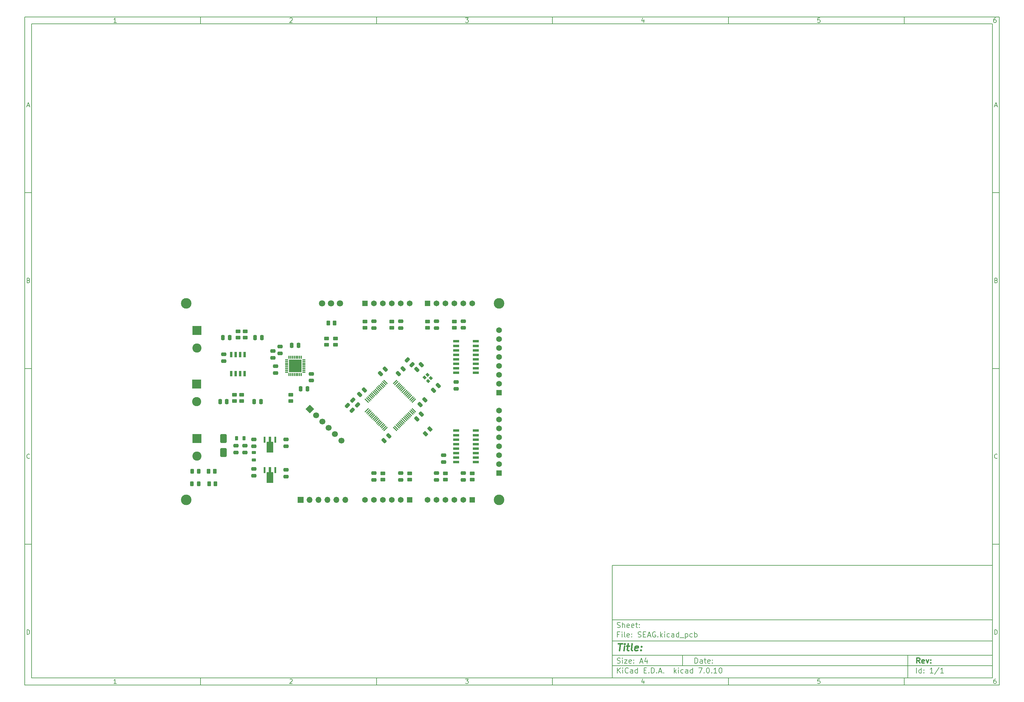
<source format=gbr>
%TF.GenerationSoftware,KiCad,Pcbnew,7.0.10*%
%TF.CreationDate,2024-04-20T16:07:25+02:00*%
%TF.ProjectId,SEAG,53454147-2e6b-4696-9361-645f70636258,rev?*%
%TF.SameCoordinates,Original*%
%TF.FileFunction,Soldermask,Top*%
%TF.FilePolarity,Negative*%
%FSLAX46Y46*%
G04 Gerber Fmt 4.6, Leading zero omitted, Abs format (unit mm)*
G04 Created by KiCad (PCBNEW 7.0.10) date 2024-04-20 16:07:25*
%MOMM*%
%LPD*%
G01*
G04 APERTURE LIST*
G04 Aperture macros list*
%AMRoundRect*
0 Rectangle with rounded corners*
0 $1 Rounding radius*
0 $2 $3 $4 $5 $6 $7 $8 $9 X,Y pos of 4 corners*
0 Add a 4 corners polygon primitive as box body*
4,1,4,$2,$3,$4,$5,$6,$7,$8,$9,$2,$3,0*
0 Add four circle primitives for the rounded corners*
1,1,$1+$1,$2,$3*
1,1,$1+$1,$4,$5*
1,1,$1+$1,$6,$7*
1,1,$1+$1,$8,$9*
0 Add four rect primitives between the rounded corners*
20,1,$1+$1,$2,$3,$4,$5,0*
20,1,$1+$1,$4,$5,$6,$7,0*
20,1,$1+$1,$6,$7,$8,$9,0*
20,1,$1+$1,$8,$9,$2,$3,0*%
%AMHorizOval*
0 Thick line with rounded ends*
0 $1 width*
0 $2 $3 position (X,Y) of the first rounded end (center of the circle)*
0 $4 $5 position (X,Y) of the second rounded end (center of the circle)*
0 Add line between two ends*
20,1,$1,$2,$3,$4,$5,0*
0 Add two circle primitives to create the rounded ends*
1,1,$1,$2,$3*
1,1,$1,$4,$5*%
%AMRotRect*
0 Rectangle, with rotation*
0 The origin of the aperture is its center*
0 $1 length*
0 $2 width*
0 $3 Rotation angle, in degrees counterclockwise*
0 Add horizontal line*
21,1,$1,$2,0,0,$3*%
G04 Aperture macros list end*
%ADD10C,0.100000*%
%ADD11C,0.150000*%
%ADD12C,0.300000*%
%ADD13C,0.400000*%
%ADD14R,2.600000X2.600000*%
%ADD15C,2.600000*%
%ADD16RoundRect,0.250000X-0.450000X0.262500X-0.450000X-0.262500X0.450000X-0.262500X0.450000X0.262500X0*%
%ADD17R,0.580000X1.730000*%
%ADD18R,0.760000X1.500000*%
%ADD19R,1.933000X3.030000*%
%ADD20RoundRect,0.250000X-0.250000X-0.475000X0.250000X-0.475000X0.250000X0.475000X-0.250000X0.475000X0*%
%ADD21RoundRect,0.250000X0.475000X-0.250000X0.475000X0.250000X-0.475000X0.250000X-0.475000X-0.250000X0*%
%ADD22R,0.650000X1.528000*%
%ADD23R,1.650000X1.650000*%
%ADD24C,1.650000*%
%ADD25RoundRect,0.250000X0.250000X0.475000X-0.250000X0.475000X-0.250000X-0.475000X0.250000X-0.475000X0*%
%ADD26RoundRect,0.250000X-0.512652X-0.159099X-0.159099X-0.512652X0.512652X0.159099X0.159099X0.512652X0*%
%ADD27RoundRect,0.250000X0.262500X0.450000X-0.262500X0.450000X-0.262500X-0.450000X0.262500X-0.450000X0*%
%ADD28RoundRect,0.250000X0.159099X-0.512652X0.512652X-0.159099X-0.159099X0.512652X-0.512652X0.159099X0*%
%ADD29RoundRect,0.250000X-0.132583X0.503814X-0.503814X0.132583X0.132583X-0.503814X0.503814X-0.132583X0*%
%ADD30RoundRect,0.250000X-0.475000X0.250000X-0.475000X-0.250000X0.475000X-0.250000X0.475000X0.250000X0*%
%ADD31RoundRect,0.250000X0.450000X-0.262500X0.450000X0.262500X-0.450000X0.262500X-0.450000X-0.262500X0*%
%ADD32RoundRect,0.250000X-0.159099X0.512652X-0.512652X0.159099X0.159099X-0.512652X0.512652X-0.159099X0*%
%ADD33R,1.750000X0.800000*%
%ADD34R,1.750000X0.700000*%
%ADD35RotRect,0.800000X0.900000X45.000000*%
%ADD36C,1.800000*%
%ADD37RoundRect,0.250000X0.512652X0.159099X0.159099X0.512652X-0.512652X-0.159099X-0.159099X-0.512652X0*%
%ADD38C,3.000000*%
%ADD39RoundRect,0.243750X0.243750X0.456250X-0.243750X0.456250X-0.243750X-0.456250X0.243750X-0.456250X0*%
%ADD40RoundRect,0.250000X-0.650000X1.000000X-0.650000X-1.000000X0.650000X-1.000000X0.650000X1.000000X0*%
%ADD41R,1.700000X1.700000*%
%ADD42O,1.700000X1.700000*%
%ADD43RotRect,1.700000X1.700000X45.000000*%
%ADD44HorizOval,1.700000X0.000000X0.000000X0.000000X0.000000X0*%
%ADD45RoundRect,0.250000X-0.262500X-0.450000X0.262500X-0.450000X0.262500X0.450000X-0.262500X0.450000X0*%
%ADD46RoundRect,0.218750X-0.381250X0.218750X-0.381250X-0.218750X0.381250X-0.218750X0.381250X0.218750X0*%
%ADD47RoundRect,0.218750X-0.218750X-0.381250X0.218750X-0.381250X0.218750X0.381250X-0.218750X0.381250X0*%
%ADD48R,0.300000X0.850000*%
%ADD49R,0.850000X0.300000*%
%ADD50R,3.600000X3.600000*%
%ADD51RoundRect,0.075000X0.441942X0.548008X-0.548008X-0.441942X-0.441942X-0.548008X0.548008X0.441942X0*%
%ADD52RoundRect,0.075000X-0.441942X0.548008X-0.548008X0.441942X0.441942X-0.548008X0.548008X-0.441942X0*%
G04 APERTURE END LIST*
D10*
D11*
X177002200Y-166007200D02*
X285002200Y-166007200D01*
X285002200Y-198007200D01*
X177002200Y-198007200D01*
X177002200Y-166007200D01*
D10*
D11*
X10000000Y-10000000D02*
X287002200Y-10000000D01*
X287002200Y-200007200D01*
X10000000Y-200007200D01*
X10000000Y-10000000D01*
D10*
D11*
X12000000Y-12000000D02*
X285002200Y-12000000D01*
X285002200Y-198007200D01*
X12000000Y-198007200D01*
X12000000Y-12000000D01*
D10*
D11*
X60000000Y-12000000D02*
X60000000Y-10000000D01*
D10*
D11*
X110000000Y-12000000D02*
X110000000Y-10000000D01*
D10*
D11*
X160000000Y-12000000D02*
X160000000Y-10000000D01*
D10*
D11*
X210000000Y-12000000D02*
X210000000Y-10000000D01*
D10*
D11*
X260000000Y-12000000D02*
X260000000Y-10000000D01*
D10*
D11*
X36089160Y-11593604D02*
X35346303Y-11593604D01*
X35717731Y-11593604D02*
X35717731Y-10293604D01*
X35717731Y-10293604D02*
X35593922Y-10479319D01*
X35593922Y-10479319D02*
X35470112Y-10603128D01*
X35470112Y-10603128D02*
X35346303Y-10665033D01*
D10*
D11*
X85346303Y-10417414D02*
X85408207Y-10355509D01*
X85408207Y-10355509D02*
X85532017Y-10293604D01*
X85532017Y-10293604D02*
X85841541Y-10293604D01*
X85841541Y-10293604D02*
X85965350Y-10355509D01*
X85965350Y-10355509D02*
X86027255Y-10417414D01*
X86027255Y-10417414D02*
X86089160Y-10541223D01*
X86089160Y-10541223D02*
X86089160Y-10665033D01*
X86089160Y-10665033D02*
X86027255Y-10850747D01*
X86027255Y-10850747D02*
X85284398Y-11593604D01*
X85284398Y-11593604D02*
X86089160Y-11593604D01*
D10*
D11*
X135284398Y-10293604D02*
X136089160Y-10293604D01*
X136089160Y-10293604D02*
X135655826Y-10788842D01*
X135655826Y-10788842D02*
X135841541Y-10788842D01*
X135841541Y-10788842D02*
X135965350Y-10850747D01*
X135965350Y-10850747D02*
X136027255Y-10912652D01*
X136027255Y-10912652D02*
X136089160Y-11036461D01*
X136089160Y-11036461D02*
X136089160Y-11345985D01*
X136089160Y-11345985D02*
X136027255Y-11469795D01*
X136027255Y-11469795D02*
X135965350Y-11531700D01*
X135965350Y-11531700D02*
X135841541Y-11593604D01*
X135841541Y-11593604D02*
X135470112Y-11593604D01*
X135470112Y-11593604D02*
X135346303Y-11531700D01*
X135346303Y-11531700D02*
X135284398Y-11469795D01*
D10*
D11*
X185965350Y-10726938D02*
X185965350Y-11593604D01*
X185655826Y-10231700D02*
X185346303Y-11160271D01*
X185346303Y-11160271D02*
X186151064Y-11160271D01*
D10*
D11*
X236027255Y-10293604D02*
X235408207Y-10293604D01*
X235408207Y-10293604D02*
X235346303Y-10912652D01*
X235346303Y-10912652D02*
X235408207Y-10850747D01*
X235408207Y-10850747D02*
X235532017Y-10788842D01*
X235532017Y-10788842D02*
X235841541Y-10788842D01*
X235841541Y-10788842D02*
X235965350Y-10850747D01*
X235965350Y-10850747D02*
X236027255Y-10912652D01*
X236027255Y-10912652D02*
X236089160Y-11036461D01*
X236089160Y-11036461D02*
X236089160Y-11345985D01*
X236089160Y-11345985D02*
X236027255Y-11469795D01*
X236027255Y-11469795D02*
X235965350Y-11531700D01*
X235965350Y-11531700D02*
X235841541Y-11593604D01*
X235841541Y-11593604D02*
X235532017Y-11593604D01*
X235532017Y-11593604D02*
X235408207Y-11531700D01*
X235408207Y-11531700D02*
X235346303Y-11469795D01*
D10*
D11*
X285965350Y-10293604D02*
X285717731Y-10293604D01*
X285717731Y-10293604D02*
X285593922Y-10355509D01*
X285593922Y-10355509D02*
X285532017Y-10417414D01*
X285532017Y-10417414D02*
X285408207Y-10603128D01*
X285408207Y-10603128D02*
X285346303Y-10850747D01*
X285346303Y-10850747D02*
X285346303Y-11345985D01*
X285346303Y-11345985D02*
X285408207Y-11469795D01*
X285408207Y-11469795D02*
X285470112Y-11531700D01*
X285470112Y-11531700D02*
X285593922Y-11593604D01*
X285593922Y-11593604D02*
X285841541Y-11593604D01*
X285841541Y-11593604D02*
X285965350Y-11531700D01*
X285965350Y-11531700D02*
X286027255Y-11469795D01*
X286027255Y-11469795D02*
X286089160Y-11345985D01*
X286089160Y-11345985D02*
X286089160Y-11036461D01*
X286089160Y-11036461D02*
X286027255Y-10912652D01*
X286027255Y-10912652D02*
X285965350Y-10850747D01*
X285965350Y-10850747D02*
X285841541Y-10788842D01*
X285841541Y-10788842D02*
X285593922Y-10788842D01*
X285593922Y-10788842D02*
X285470112Y-10850747D01*
X285470112Y-10850747D02*
X285408207Y-10912652D01*
X285408207Y-10912652D02*
X285346303Y-11036461D01*
D10*
D11*
X60000000Y-198007200D02*
X60000000Y-200007200D01*
D10*
D11*
X110000000Y-198007200D02*
X110000000Y-200007200D01*
D10*
D11*
X160000000Y-198007200D02*
X160000000Y-200007200D01*
D10*
D11*
X210000000Y-198007200D02*
X210000000Y-200007200D01*
D10*
D11*
X260000000Y-198007200D02*
X260000000Y-200007200D01*
D10*
D11*
X36089160Y-199600804D02*
X35346303Y-199600804D01*
X35717731Y-199600804D02*
X35717731Y-198300804D01*
X35717731Y-198300804D02*
X35593922Y-198486519D01*
X35593922Y-198486519D02*
X35470112Y-198610328D01*
X35470112Y-198610328D02*
X35346303Y-198672233D01*
D10*
D11*
X85346303Y-198424614D02*
X85408207Y-198362709D01*
X85408207Y-198362709D02*
X85532017Y-198300804D01*
X85532017Y-198300804D02*
X85841541Y-198300804D01*
X85841541Y-198300804D02*
X85965350Y-198362709D01*
X85965350Y-198362709D02*
X86027255Y-198424614D01*
X86027255Y-198424614D02*
X86089160Y-198548423D01*
X86089160Y-198548423D02*
X86089160Y-198672233D01*
X86089160Y-198672233D02*
X86027255Y-198857947D01*
X86027255Y-198857947D02*
X85284398Y-199600804D01*
X85284398Y-199600804D02*
X86089160Y-199600804D01*
D10*
D11*
X135284398Y-198300804D02*
X136089160Y-198300804D01*
X136089160Y-198300804D02*
X135655826Y-198796042D01*
X135655826Y-198796042D02*
X135841541Y-198796042D01*
X135841541Y-198796042D02*
X135965350Y-198857947D01*
X135965350Y-198857947D02*
X136027255Y-198919852D01*
X136027255Y-198919852D02*
X136089160Y-199043661D01*
X136089160Y-199043661D02*
X136089160Y-199353185D01*
X136089160Y-199353185D02*
X136027255Y-199476995D01*
X136027255Y-199476995D02*
X135965350Y-199538900D01*
X135965350Y-199538900D02*
X135841541Y-199600804D01*
X135841541Y-199600804D02*
X135470112Y-199600804D01*
X135470112Y-199600804D02*
X135346303Y-199538900D01*
X135346303Y-199538900D02*
X135284398Y-199476995D01*
D10*
D11*
X185965350Y-198734138D02*
X185965350Y-199600804D01*
X185655826Y-198238900D02*
X185346303Y-199167471D01*
X185346303Y-199167471D02*
X186151064Y-199167471D01*
D10*
D11*
X236027255Y-198300804D02*
X235408207Y-198300804D01*
X235408207Y-198300804D02*
X235346303Y-198919852D01*
X235346303Y-198919852D02*
X235408207Y-198857947D01*
X235408207Y-198857947D02*
X235532017Y-198796042D01*
X235532017Y-198796042D02*
X235841541Y-198796042D01*
X235841541Y-198796042D02*
X235965350Y-198857947D01*
X235965350Y-198857947D02*
X236027255Y-198919852D01*
X236027255Y-198919852D02*
X236089160Y-199043661D01*
X236089160Y-199043661D02*
X236089160Y-199353185D01*
X236089160Y-199353185D02*
X236027255Y-199476995D01*
X236027255Y-199476995D02*
X235965350Y-199538900D01*
X235965350Y-199538900D02*
X235841541Y-199600804D01*
X235841541Y-199600804D02*
X235532017Y-199600804D01*
X235532017Y-199600804D02*
X235408207Y-199538900D01*
X235408207Y-199538900D02*
X235346303Y-199476995D01*
D10*
D11*
X285965350Y-198300804D02*
X285717731Y-198300804D01*
X285717731Y-198300804D02*
X285593922Y-198362709D01*
X285593922Y-198362709D02*
X285532017Y-198424614D01*
X285532017Y-198424614D02*
X285408207Y-198610328D01*
X285408207Y-198610328D02*
X285346303Y-198857947D01*
X285346303Y-198857947D02*
X285346303Y-199353185D01*
X285346303Y-199353185D02*
X285408207Y-199476995D01*
X285408207Y-199476995D02*
X285470112Y-199538900D01*
X285470112Y-199538900D02*
X285593922Y-199600804D01*
X285593922Y-199600804D02*
X285841541Y-199600804D01*
X285841541Y-199600804D02*
X285965350Y-199538900D01*
X285965350Y-199538900D02*
X286027255Y-199476995D01*
X286027255Y-199476995D02*
X286089160Y-199353185D01*
X286089160Y-199353185D02*
X286089160Y-199043661D01*
X286089160Y-199043661D02*
X286027255Y-198919852D01*
X286027255Y-198919852D02*
X285965350Y-198857947D01*
X285965350Y-198857947D02*
X285841541Y-198796042D01*
X285841541Y-198796042D02*
X285593922Y-198796042D01*
X285593922Y-198796042D02*
X285470112Y-198857947D01*
X285470112Y-198857947D02*
X285408207Y-198919852D01*
X285408207Y-198919852D02*
X285346303Y-199043661D01*
D10*
D11*
X10000000Y-60000000D02*
X12000000Y-60000000D01*
D10*
D11*
X10000000Y-110000000D02*
X12000000Y-110000000D01*
D10*
D11*
X10000000Y-160000000D02*
X12000000Y-160000000D01*
D10*
D11*
X10690476Y-35222176D02*
X11309523Y-35222176D01*
X10566666Y-35593604D02*
X10999999Y-34293604D01*
X10999999Y-34293604D02*
X11433333Y-35593604D01*
D10*
D11*
X11092857Y-84912652D02*
X11278571Y-84974557D01*
X11278571Y-84974557D02*
X11340476Y-85036461D01*
X11340476Y-85036461D02*
X11402380Y-85160271D01*
X11402380Y-85160271D02*
X11402380Y-85345985D01*
X11402380Y-85345985D02*
X11340476Y-85469795D01*
X11340476Y-85469795D02*
X11278571Y-85531700D01*
X11278571Y-85531700D02*
X11154761Y-85593604D01*
X11154761Y-85593604D02*
X10659523Y-85593604D01*
X10659523Y-85593604D02*
X10659523Y-84293604D01*
X10659523Y-84293604D02*
X11092857Y-84293604D01*
X11092857Y-84293604D02*
X11216666Y-84355509D01*
X11216666Y-84355509D02*
X11278571Y-84417414D01*
X11278571Y-84417414D02*
X11340476Y-84541223D01*
X11340476Y-84541223D02*
X11340476Y-84665033D01*
X11340476Y-84665033D02*
X11278571Y-84788842D01*
X11278571Y-84788842D02*
X11216666Y-84850747D01*
X11216666Y-84850747D02*
X11092857Y-84912652D01*
X11092857Y-84912652D02*
X10659523Y-84912652D01*
D10*
D11*
X11402380Y-135469795D02*
X11340476Y-135531700D01*
X11340476Y-135531700D02*
X11154761Y-135593604D01*
X11154761Y-135593604D02*
X11030952Y-135593604D01*
X11030952Y-135593604D02*
X10845238Y-135531700D01*
X10845238Y-135531700D02*
X10721428Y-135407890D01*
X10721428Y-135407890D02*
X10659523Y-135284080D01*
X10659523Y-135284080D02*
X10597619Y-135036461D01*
X10597619Y-135036461D02*
X10597619Y-134850747D01*
X10597619Y-134850747D02*
X10659523Y-134603128D01*
X10659523Y-134603128D02*
X10721428Y-134479319D01*
X10721428Y-134479319D02*
X10845238Y-134355509D01*
X10845238Y-134355509D02*
X11030952Y-134293604D01*
X11030952Y-134293604D02*
X11154761Y-134293604D01*
X11154761Y-134293604D02*
X11340476Y-134355509D01*
X11340476Y-134355509D02*
X11402380Y-134417414D01*
D10*
D11*
X10659523Y-185593604D02*
X10659523Y-184293604D01*
X10659523Y-184293604D02*
X10969047Y-184293604D01*
X10969047Y-184293604D02*
X11154761Y-184355509D01*
X11154761Y-184355509D02*
X11278571Y-184479319D01*
X11278571Y-184479319D02*
X11340476Y-184603128D01*
X11340476Y-184603128D02*
X11402380Y-184850747D01*
X11402380Y-184850747D02*
X11402380Y-185036461D01*
X11402380Y-185036461D02*
X11340476Y-185284080D01*
X11340476Y-185284080D02*
X11278571Y-185407890D01*
X11278571Y-185407890D02*
X11154761Y-185531700D01*
X11154761Y-185531700D02*
X10969047Y-185593604D01*
X10969047Y-185593604D02*
X10659523Y-185593604D01*
D10*
D11*
X287002200Y-60000000D02*
X285002200Y-60000000D01*
D10*
D11*
X287002200Y-110000000D02*
X285002200Y-110000000D01*
D10*
D11*
X287002200Y-160000000D02*
X285002200Y-160000000D01*
D10*
D11*
X285692676Y-35222176D02*
X286311723Y-35222176D01*
X285568866Y-35593604D02*
X286002199Y-34293604D01*
X286002199Y-34293604D02*
X286435533Y-35593604D01*
D10*
D11*
X286095057Y-84912652D02*
X286280771Y-84974557D01*
X286280771Y-84974557D02*
X286342676Y-85036461D01*
X286342676Y-85036461D02*
X286404580Y-85160271D01*
X286404580Y-85160271D02*
X286404580Y-85345985D01*
X286404580Y-85345985D02*
X286342676Y-85469795D01*
X286342676Y-85469795D02*
X286280771Y-85531700D01*
X286280771Y-85531700D02*
X286156961Y-85593604D01*
X286156961Y-85593604D02*
X285661723Y-85593604D01*
X285661723Y-85593604D02*
X285661723Y-84293604D01*
X285661723Y-84293604D02*
X286095057Y-84293604D01*
X286095057Y-84293604D02*
X286218866Y-84355509D01*
X286218866Y-84355509D02*
X286280771Y-84417414D01*
X286280771Y-84417414D02*
X286342676Y-84541223D01*
X286342676Y-84541223D02*
X286342676Y-84665033D01*
X286342676Y-84665033D02*
X286280771Y-84788842D01*
X286280771Y-84788842D02*
X286218866Y-84850747D01*
X286218866Y-84850747D02*
X286095057Y-84912652D01*
X286095057Y-84912652D02*
X285661723Y-84912652D01*
D10*
D11*
X286404580Y-135469795D02*
X286342676Y-135531700D01*
X286342676Y-135531700D02*
X286156961Y-135593604D01*
X286156961Y-135593604D02*
X286033152Y-135593604D01*
X286033152Y-135593604D02*
X285847438Y-135531700D01*
X285847438Y-135531700D02*
X285723628Y-135407890D01*
X285723628Y-135407890D02*
X285661723Y-135284080D01*
X285661723Y-135284080D02*
X285599819Y-135036461D01*
X285599819Y-135036461D02*
X285599819Y-134850747D01*
X285599819Y-134850747D02*
X285661723Y-134603128D01*
X285661723Y-134603128D02*
X285723628Y-134479319D01*
X285723628Y-134479319D02*
X285847438Y-134355509D01*
X285847438Y-134355509D02*
X286033152Y-134293604D01*
X286033152Y-134293604D02*
X286156961Y-134293604D01*
X286156961Y-134293604D02*
X286342676Y-134355509D01*
X286342676Y-134355509D02*
X286404580Y-134417414D01*
D10*
D11*
X285661723Y-185593604D02*
X285661723Y-184293604D01*
X285661723Y-184293604D02*
X285971247Y-184293604D01*
X285971247Y-184293604D02*
X286156961Y-184355509D01*
X286156961Y-184355509D02*
X286280771Y-184479319D01*
X286280771Y-184479319D02*
X286342676Y-184603128D01*
X286342676Y-184603128D02*
X286404580Y-184850747D01*
X286404580Y-184850747D02*
X286404580Y-185036461D01*
X286404580Y-185036461D02*
X286342676Y-185284080D01*
X286342676Y-185284080D02*
X286280771Y-185407890D01*
X286280771Y-185407890D02*
X286156961Y-185531700D01*
X286156961Y-185531700D02*
X285971247Y-185593604D01*
X285971247Y-185593604D02*
X285661723Y-185593604D01*
D10*
D11*
X200458026Y-193793328D02*
X200458026Y-192293328D01*
X200458026Y-192293328D02*
X200815169Y-192293328D01*
X200815169Y-192293328D02*
X201029455Y-192364757D01*
X201029455Y-192364757D02*
X201172312Y-192507614D01*
X201172312Y-192507614D02*
X201243741Y-192650471D01*
X201243741Y-192650471D02*
X201315169Y-192936185D01*
X201315169Y-192936185D02*
X201315169Y-193150471D01*
X201315169Y-193150471D02*
X201243741Y-193436185D01*
X201243741Y-193436185D02*
X201172312Y-193579042D01*
X201172312Y-193579042D02*
X201029455Y-193721900D01*
X201029455Y-193721900D02*
X200815169Y-193793328D01*
X200815169Y-193793328D02*
X200458026Y-193793328D01*
X202600884Y-193793328D02*
X202600884Y-193007614D01*
X202600884Y-193007614D02*
X202529455Y-192864757D01*
X202529455Y-192864757D02*
X202386598Y-192793328D01*
X202386598Y-192793328D02*
X202100884Y-192793328D01*
X202100884Y-192793328D02*
X201958026Y-192864757D01*
X202600884Y-193721900D02*
X202458026Y-193793328D01*
X202458026Y-193793328D02*
X202100884Y-193793328D01*
X202100884Y-193793328D02*
X201958026Y-193721900D01*
X201958026Y-193721900D02*
X201886598Y-193579042D01*
X201886598Y-193579042D02*
X201886598Y-193436185D01*
X201886598Y-193436185D02*
X201958026Y-193293328D01*
X201958026Y-193293328D02*
X202100884Y-193221900D01*
X202100884Y-193221900D02*
X202458026Y-193221900D01*
X202458026Y-193221900D02*
X202600884Y-193150471D01*
X203100884Y-192793328D02*
X203672312Y-192793328D01*
X203315169Y-192293328D02*
X203315169Y-193579042D01*
X203315169Y-193579042D02*
X203386598Y-193721900D01*
X203386598Y-193721900D02*
X203529455Y-193793328D01*
X203529455Y-193793328D02*
X203672312Y-193793328D01*
X204743741Y-193721900D02*
X204600884Y-193793328D01*
X204600884Y-193793328D02*
X204315170Y-193793328D01*
X204315170Y-193793328D02*
X204172312Y-193721900D01*
X204172312Y-193721900D02*
X204100884Y-193579042D01*
X204100884Y-193579042D02*
X204100884Y-193007614D01*
X204100884Y-193007614D02*
X204172312Y-192864757D01*
X204172312Y-192864757D02*
X204315170Y-192793328D01*
X204315170Y-192793328D02*
X204600884Y-192793328D01*
X204600884Y-192793328D02*
X204743741Y-192864757D01*
X204743741Y-192864757D02*
X204815170Y-193007614D01*
X204815170Y-193007614D02*
X204815170Y-193150471D01*
X204815170Y-193150471D02*
X204100884Y-193293328D01*
X205458026Y-193650471D02*
X205529455Y-193721900D01*
X205529455Y-193721900D02*
X205458026Y-193793328D01*
X205458026Y-193793328D02*
X205386598Y-193721900D01*
X205386598Y-193721900D02*
X205458026Y-193650471D01*
X205458026Y-193650471D02*
X205458026Y-193793328D01*
X205458026Y-192864757D02*
X205529455Y-192936185D01*
X205529455Y-192936185D02*
X205458026Y-193007614D01*
X205458026Y-193007614D02*
X205386598Y-192936185D01*
X205386598Y-192936185D02*
X205458026Y-192864757D01*
X205458026Y-192864757D02*
X205458026Y-193007614D01*
D10*
D11*
X177002200Y-194507200D02*
X285002200Y-194507200D01*
D10*
D11*
X178458026Y-196593328D02*
X178458026Y-195093328D01*
X179315169Y-196593328D02*
X178672312Y-195736185D01*
X179315169Y-195093328D02*
X178458026Y-195950471D01*
X179958026Y-196593328D02*
X179958026Y-195593328D01*
X179958026Y-195093328D02*
X179886598Y-195164757D01*
X179886598Y-195164757D02*
X179958026Y-195236185D01*
X179958026Y-195236185D02*
X180029455Y-195164757D01*
X180029455Y-195164757D02*
X179958026Y-195093328D01*
X179958026Y-195093328D02*
X179958026Y-195236185D01*
X181529455Y-196450471D02*
X181458027Y-196521900D01*
X181458027Y-196521900D02*
X181243741Y-196593328D01*
X181243741Y-196593328D02*
X181100884Y-196593328D01*
X181100884Y-196593328D02*
X180886598Y-196521900D01*
X180886598Y-196521900D02*
X180743741Y-196379042D01*
X180743741Y-196379042D02*
X180672312Y-196236185D01*
X180672312Y-196236185D02*
X180600884Y-195950471D01*
X180600884Y-195950471D02*
X180600884Y-195736185D01*
X180600884Y-195736185D02*
X180672312Y-195450471D01*
X180672312Y-195450471D02*
X180743741Y-195307614D01*
X180743741Y-195307614D02*
X180886598Y-195164757D01*
X180886598Y-195164757D02*
X181100884Y-195093328D01*
X181100884Y-195093328D02*
X181243741Y-195093328D01*
X181243741Y-195093328D02*
X181458027Y-195164757D01*
X181458027Y-195164757D02*
X181529455Y-195236185D01*
X182815170Y-196593328D02*
X182815170Y-195807614D01*
X182815170Y-195807614D02*
X182743741Y-195664757D01*
X182743741Y-195664757D02*
X182600884Y-195593328D01*
X182600884Y-195593328D02*
X182315170Y-195593328D01*
X182315170Y-195593328D02*
X182172312Y-195664757D01*
X182815170Y-196521900D02*
X182672312Y-196593328D01*
X182672312Y-196593328D02*
X182315170Y-196593328D01*
X182315170Y-196593328D02*
X182172312Y-196521900D01*
X182172312Y-196521900D02*
X182100884Y-196379042D01*
X182100884Y-196379042D02*
X182100884Y-196236185D01*
X182100884Y-196236185D02*
X182172312Y-196093328D01*
X182172312Y-196093328D02*
X182315170Y-196021900D01*
X182315170Y-196021900D02*
X182672312Y-196021900D01*
X182672312Y-196021900D02*
X182815170Y-195950471D01*
X184172313Y-196593328D02*
X184172313Y-195093328D01*
X184172313Y-196521900D02*
X184029455Y-196593328D01*
X184029455Y-196593328D02*
X183743741Y-196593328D01*
X183743741Y-196593328D02*
X183600884Y-196521900D01*
X183600884Y-196521900D02*
X183529455Y-196450471D01*
X183529455Y-196450471D02*
X183458027Y-196307614D01*
X183458027Y-196307614D02*
X183458027Y-195879042D01*
X183458027Y-195879042D02*
X183529455Y-195736185D01*
X183529455Y-195736185D02*
X183600884Y-195664757D01*
X183600884Y-195664757D02*
X183743741Y-195593328D01*
X183743741Y-195593328D02*
X184029455Y-195593328D01*
X184029455Y-195593328D02*
X184172313Y-195664757D01*
X186029455Y-195807614D02*
X186529455Y-195807614D01*
X186743741Y-196593328D02*
X186029455Y-196593328D01*
X186029455Y-196593328D02*
X186029455Y-195093328D01*
X186029455Y-195093328D02*
X186743741Y-195093328D01*
X187386598Y-196450471D02*
X187458027Y-196521900D01*
X187458027Y-196521900D02*
X187386598Y-196593328D01*
X187386598Y-196593328D02*
X187315170Y-196521900D01*
X187315170Y-196521900D02*
X187386598Y-196450471D01*
X187386598Y-196450471D02*
X187386598Y-196593328D01*
X188100884Y-196593328D02*
X188100884Y-195093328D01*
X188100884Y-195093328D02*
X188458027Y-195093328D01*
X188458027Y-195093328D02*
X188672313Y-195164757D01*
X188672313Y-195164757D02*
X188815170Y-195307614D01*
X188815170Y-195307614D02*
X188886599Y-195450471D01*
X188886599Y-195450471D02*
X188958027Y-195736185D01*
X188958027Y-195736185D02*
X188958027Y-195950471D01*
X188958027Y-195950471D02*
X188886599Y-196236185D01*
X188886599Y-196236185D02*
X188815170Y-196379042D01*
X188815170Y-196379042D02*
X188672313Y-196521900D01*
X188672313Y-196521900D02*
X188458027Y-196593328D01*
X188458027Y-196593328D02*
X188100884Y-196593328D01*
X189600884Y-196450471D02*
X189672313Y-196521900D01*
X189672313Y-196521900D02*
X189600884Y-196593328D01*
X189600884Y-196593328D02*
X189529456Y-196521900D01*
X189529456Y-196521900D02*
X189600884Y-196450471D01*
X189600884Y-196450471D02*
X189600884Y-196593328D01*
X190243742Y-196164757D02*
X190958028Y-196164757D01*
X190100885Y-196593328D02*
X190600885Y-195093328D01*
X190600885Y-195093328D02*
X191100885Y-196593328D01*
X191600884Y-196450471D02*
X191672313Y-196521900D01*
X191672313Y-196521900D02*
X191600884Y-196593328D01*
X191600884Y-196593328D02*
X191529456Y-196521900D01*
X191529456Y-196521900D02*
X191600884Y-196450471D01*
X191600884Y-196450471D02*
X191600884Y-196593328D01*
X194600884Y-196593328D02*
X194600884Y-195093328D01*
X194743742Y-196021900D02*
X195172313Y-196593328D01*
X195172313Y-195593328D02*
X194600884Y-196164757D01*
X195815170Y-196593328D02*
X195815170Y-195593328D01*
X195815170Y-195093328D02*
X195743742Y-195164757D01*
X195743742Y-195164757D02*
X195815170Y-195236185D01*
X195815170Y-195236185D02*
X195886599Y-195164757D01*
X195886599Y-195164757D02*
X195815170Y-195093328D01*
X195815170Y-195093328D02*
X195815170Y-195236185D01*
X197172314Y-196521900D02*
X197029456Y-196593328D01*
X197029456Y-196593328D02*
X196743742Y-196593328D01*
X196743742Y-196593328D02*
X196600885Y-196521900D01*
X196600885Y-196521900D02*
X196529456Y-196450471D01*
X196529456Y-196450471D02*
X196458028Y-196307614D01*
X196458028Y-196307614D02*
X196458028Y-195879042D01*
X196458028Y-195879042D02*
X196529456Y-195736185D01*
X196529456Y-195736185D02*
X196600885Y-195664757D01*
X196600885Y-195664757D02*
X196743742Y-195593328D01*
X196743742Y-195593328D02*
X197029456Y-195593328D01*
X197029456Y-195593328D02*
X197172314Y-195664757D01*
X198458028Y-196593328D02*
X198458028Y-195807614D01*
X198458028Y-195807614D02*
X198386599Y-195664757D01*
X198386599Y-195664757D02*
X198243742Y-195593328D01*
X198243742Y-195593328D02*
X197958028Y-195593328D01*
X197958028Y-195593328D02*
X197815170Y-195664757D01*
X198458028Y-196521900D02*
X198315170Y-196593328D01*
X198315170Y-196593328D02*
X197958028Y-196593328D01*
X197958028Y-196593328D02*
X197815170Y-196521900D01*
X197815170Y-196521900D02*
X197743742Y-196379042D01*
X197743742Y-196379042D02*
X197743742Y-196236185D01*
X197743742Y-196236185D02*
X197815170Y-196093328D01*
X197815170Y-196093328D02*
X197958028Y-196021900D01*
X197958028Y-196021900D02*
X198315170Y-196021900D01*
X198315170Y-196021900D02*
X198458028Y-195950471D01*
X199815171Y-196593328D02*
X199815171Y-195093328D01*
X199815171Y-196521900D02*
X199672313Y-196593328D01*
X199672313Y-196593328D02*
X199386599Y-196593328D01*
X199386599Y-196593328D02*
X199243742Y-196521900D01*
X199243742Y-196521900D02*
X199172313Y-196450471D01*
X199172313Y-196450471D02*
X199100885Y-196307614D01*
X199100885Y-196307614D02*
X199100885Y-195879042D01*
X199100885Y-195879042D02*
X199172313Y-195736185D01*
X199172313Y-195736185D02*
X199243742Y-195664757D01*
X199243742Y-195664757D02*
X199386599Y-195593328D01*
X199386599Y-195593328D02*
X199672313Y-195593328D01*
X199672313Y-195593328D02*
X199815171Y-195664757D01*
X201529456Y-195093328D02*
X202529456Y-195093328D01*
X202529456Y-195093328D02*
X201886599Y-196593328D01*
X203100884Y-196450471D02*
X203172313Y-196521900D01*
X203172313Y-196521900D02*
X203100884Y-196593328D01*
X203100884Y-196593328D02*
X203029456Y-196521900D01*
X203029456Y-196521900D02*
X203100884Y-196450471D01*
X203100884Y-196450471D02*
X203100884Y-196593328D01*
X204100885Y-195093328D02*
X204243742Y-195093328D01*
X204243742Y-195093328D02*
X204386599Y-195164757D01*
X204386599Y-195164757D02*
X204458028Y-195236185D01*
X204458028Y-195236185D02*
X204529456Y-195379042D01*
X204529456Y-195379042D02*
X204600885Y-195664757D01*
X204600885Y-195664757D02*
X204600885Y-196021900D01*
X204600885Y-196021900D02*
X204529456Y-196307614D01*
X204529456Y-196307614D02*
X204458028Y-196450471D01*
X204458028Y-196450471D02*
X204386599Y-196521900D01*
X204386599Y-196521900D02*
X204243742Y-196593328D01*
X204243742Y-196593328D02*
X204100885Y-196593328D01*
X204100885Y-196593328D02*
X203958028Y-196521900D01*
X203958028Y-196521900D02*
X203886599Y-196450471D01*
X203886599Y-196450471D02*
X203815170Y-196307614D01*
X203815170Y-196307614D02*
X203743742Y-196021900D01*
X203743742Y-196021900D02*
X203743742Y-195664757D01*
X203743742Y-195664757D02*
X203815170Y-195379042D01*
X203815170Y-195379042D02*
X203886599Y-195236185D01*
X203886599Y-195236185D02*
X203958028Y-195164757D01*
X203958028Y-195164757D02*
X204100885Y-195093328D01*
X205243741Y-196450471D02*
X205315170Y-196521900D01*
X205315170Y-196521900D02*
X205243741Y-196593328D01*
X205243741Y-196593328D02*
X205172313Y-196521900D01*
X205172313Y-196521900D02*
X205243741Y-196450471D01*
X205243741Y-196450471D02*
X205243741Y-196593328D01*
X206743742Y-196593328D02*
X205886599Y-196593328D01*
X206315170Y-196593328D02*
X206315170Y-195093328D01*
X206315170Y-195093328D02*
X206172313Y-195307614D01*
X206172313Y-195307614D02*
X206029456Y-195450471D01*
X206029456Y-195450471D02*
X205886599Y-195521900D01*
X207672313Y-195093328D02*
X207815170Y-195093328D01*
X207815170Y-195093328D02*
X207958027Y-195164757D01*
X207958027Y-195164757D02*
X208029456Y-195236185D01*
X208029456Y-195236185D02*
X208100884Y-195379042D01*
X208100884Y-195379042D02*
X208172313Y-195664757D01*
X208172313Y-195664757D02*
X208172313Y-196021900D01*
X208172313Y-196021900D02*
X208100884Y-196307614D01*
X208100884Y-196307614D02*
X208029456Y-196450471D01*
X208029456Y-196450471D02*
X207958027Y-196521900D01*
X207958027Y-196521900D02*
X207815170Y-196593328D01*
X207815170Y-196593328D02*
X207672313Y-196593328D01*
X207672313Y-196593328D02*
X207529456Y-196521900D01*
X207529456Y-196521900D02*
X207458027Y-196450471D01*
X207458027Y-196450471D02*
X207386598Y-196307614D01*
X207386598Y-196307614D02*
X207315170Y-196021900D01*
X207315170Y-196021900D02*
X207315170Y-195664757D01*
X207315170Y-195664757D02*
X207386598Y-195379042D01*
X207386598Y-195379042D02*
X207458027Y-195236185D01*
X207458027Y-195236185D02*
X207529456Y-195164757D01*
X207529456Y-195164757D02*
X207672313Y-195093328D01*
D10*
D11*
X177002200Y-191507200D02*
X285002200Y-191507200D01*
D10*
D12*
X264413853Y-193785528D02*
X263913853Y-193071242D01*
X263556710Y-193785528D02*
X263556710Y-192285528D01*
X263556710Y-192285528D02*
X264128139Y-192285528D01*
X264128139Y-192285528D02*
X264270996Y-192356957D01*
X264270996Y-192356957D02*
X264342425Y-192428385D01*
X264342425Y-192428385D02*
X264413853Y-192571242D01*
X264413853Y-192571242D02*
X264413853Y-192785528D01*
X264413853Y-192785528D02*
X264342425Y-192928385D01*
X264342425Y-192928385D02*
X264270996Y-192999814D01*
X264270996Y-192999814D02*
X264128139Y-193071242D01*
X264128139Y-193071242D02*
X263556710Y-193071242D01*
X265628139Y-193714100D02*
X265485282Y-193785528D01*
X265485282Y-193785528D02*
X265199568Y-193785528D01*
X265199568Y-193785528D02*
X265056710Y-193714100D01*
X265056710Y-193714100D02*
X264985282Y-193571242D01*
X264985282Y-193571242D02*
X264985282Y-192999814D01*
X264985282Y-192999814D02*
X265056710Y-192856957D01*
X265056710Y-192856957D02*
X265199568Y-192785528D01*
X265199568Y-192785528D02*
X265485282Y-192785528D01*
X265485282Y-192785528D02*
X265628139Y-192856957D01*
X265628139Y-192856957D02*
X265699568Y-192999814D01*
X265699568Y-192999814D02*
X265699568Y-193142671D01*
X265699568Y-193142671D02*
X264985282Y-193285528D01*
X266199567Y-192785528D02*
X266556710Y-193785528D01*
X266556710Y-193785528D02*
X266913853Y-192785528D01*
X267485281Y-193642671D02*
X267556710Y-193714100D01*
X267556710Y-193714100D02*
X267485281Y-193785528D01*
X267485281Y-193785528D02*
X267413853Y-193714100D01*
X267413853Y-193714100D02*
X267485281Y-193642671D01*
X267485281Y-193642671D02*
X267485281Y-193785528D01*
X267485281Y-192856957D02*
X267556710Y-192928385D01*
X267556710Y-192928385D02*
X267485281Y-192999814D01*
X267485281Y-192999814D02*
X267413853Y-192928385D01*
X267413853Y-192928385D02*
X267485281Y-192856957D01*
X267485281Y-192856957D02*
X267485281Y-192999814D01*
D10*
D11*
X178386598Y-193721900D02*
X178600884Y-193793328D01*
X178600884Y-193793328D02*
X178958026Y-193793328D01*
X178958026Y-193793328D02*
X179100884Y-193721900D01*
X179100884Y-193721900D02*
X179172312Y-193650471D01*
X179172312Y-193650471D02*
X179243741Y-193507614D01*
X179243741Y-193507614D02*
X179243741Y-193364757D01*
X179243741Y-193364757D02*
X179172312Y-193221900D01*
X179172312Y-193221900D02*
X179100884Y-193150471D01*
X179100884Y-193150471D02*
X178958026Y-193079042D01*
X178958026Y-193079042D02*
X178672312Y-193007614D01*
X178672312Y-193007614D02*
X178529455Y-192936185D01*
X178529455Y-192936185D02*
X178458026Y-192864757D01*
X178458026Y-192864757D02*
X178386598Y-192721900D01*
X178386598Y-192721900D02*
X178386598Y-192579042D01*
X178386598Y-192579042D02*
X178458026Y-192436185D01*
X178458026Y-192436185D02*
X178529455Y-192364757D01*
X178529455Y-192364757D02*
X178672312Y-192293328D01*
X178672312Y-192293328D02*
X179029455Y-192293328D01*
X179029455Y-192293328D02*
X179243741Y-192364757D01*
X179886597Y-193793328D02*
X179886597Y-192793328D01*
X179886597Y-192293328D02*
X179815169Y-192364757D01*
X179815169Y-192364757D02*
X179886597Y-192436185D01*
X179886597Y-192436185D02*
X179958026Y-192364757D01*
X179958026Y-192364757D02*
X179886597Y-192293328D01*
X179886597Y-192293328D02*
X179886597Y-192436185D01*
X180458026Y-192793328D02*
X181243741Y-192793328D01*
X181243741Y-192793328D02*
X180458026Y-193793328D01*
X180458026Y-193793328D02*
X181243741Y-193793328D01*
X182386598Y-193721900D02*
X182243741Y-193793328D01*
X182243741Y-193793328D02*
X181958027Y-193793328D01*
X181958027Y-193793328D02*
X181815169Y-193721900D01*
X181815169Y-193721900D02*
X181743741Y-193579042D01*
X181743741Y-193579042D02*
X181743741Y-193007614D01*
X181743741Y-193007614D02*
X181815169Y-192864757D01*
X181815169Y-192864757D02*
X181958027Y-192793328D01*
X181958027Y-192793328D02*
X182243741Y-192793328D01*
X182243741Y-192793328D02*
X182386598Y-192864757D01*
X182386598Y-192864757D02*
X182458027Y-193007614D01*
X182458027Y-193007614D02*
X182458027Y-193150471D01*
X182458027Y-193150471D02*
X181743741Y-193293328D01*
X183100883Y-193650471D02*
X183172312Y-193721900D01*
X183172312Y-193721900D02*
X183100883Y-193793328D01*
X183100883Y-193793328D02*
X183029455Y-193721900D01*
X183029455Y-193721900D02*
X183100883Y-193650471D01*
X183100883Y-193650471D02*
X183100883Y-193793328D01*
X183100883Y-192864757D02*
X183172312Y-192936185D01*
X183172312Y-192936185D02*
X183100883Y-193007614D01*
X183100883Y-193007614D02*
X183029455Y-192936185D01*
X183029455Y-192936185D02*
X183100883Y-192864757D01*
X183100883Y-192864757D02*
X183100883Y-193007614D01*
X184886598Y-193364757D02*
X185600884Y-193364757D01*
X184743741Y-193793328D02*
X185243741Y-192293328D01*
X185243741Y-192293328D02*
X185743741Y-193793328D01*
X186886598Y-192793328D02*
X186886598Y-193793328D01*
X186529455Y-192221900D02*
X186172312Y-193293328D01*
X186172312Y-193293328D02*
X187100883Y-193293328D01*
D10*
D11*
X263458026Y-196593328D02*
X263458026Y-195093328D01*
X264815170Y-196593328D02*
X264815170Y-195093328D01*
X264815170Y-196521900D02*
X264672312Y-196593328D01*
X264672312Y-196593328D02*
X264386598Y-196593328D01*
X264386598Y-196593328D02*
X264243741Y-196521900D01*
X264243741Y-196521900D02*
X264172312Y-196450471D01*
X264172312Y-196450471D02*
X264100884Y-196307614D01*
X264100884Y-196307614D02*
X264100884Y-195879042D01*
X264100884Y-195879042D02*
X264172312Y-195736185D01*
X264172312Y-195736185D02*
X264243741Y-195664757D01*
X264243741Y-195664757D02*
X264386598Y-195593328D01*
X264386598Y-195593328D02*
X264672312Y-195593328D01*
X264672312Y-195593328D02*
X264815170Y-195664757D01*
X265529455Y-196450471D02*
X265600884Y-196521900D01*
X265600884Y-196521900D02*
X265529455Y-196593328D01*
X265529455Y-196593328D02*
X265458027Y-196521900D01*
X265458027Y-196521900D02*
X265529455Y-196450471D01*
X265529455Y-196450471D02*
X265529455Y-196593328D01*
X265529455Y-195664757D02*
X265600884Y-195736185D01*
X265600884Y-195736185D02*
X265529455Y-195807614D01*
X265529455Y-195807614D02*
X265458027Y-195736185D01*
X265458027Y-195736185D02*
X265529455Y-195664757D01*
X265529455Y-195664757D02*
X265529455Y-195807614D01*
X268172313Y-196593328D02*
X267315170Y-196593328D01*
X267743741Y-196593328D02*
X267743741Y-195093328D01*
X267743741Y-195093328D02*
X267600884Y-195307614D01*
X267600884Y-195307614D02*
X267458027Y-195450471D01*
X267458027Y-195450471D02*
X267315170Y-195521900D01*
X269886598Y-195021900D02*
X268600884Y-196950471D01*
X271172313Y-196593328D02*
X270315170Y-196593328D01*
X270743741Y-196593328D02*
X270743741Y-195093328D01*
X270743741Y-195093328D02*
X270600884Y-195307614D01*
X270600884Y-195307614D02*
X270458027Y-195450471D01*
X270458027Y-195450471D02*
X270315170Y-195521900D01*
D10*
D11*
X177002200Y-187507200D02*
X285002200Y-187507200D01*
D10*
D13*
X178693928Y-188211638D02*
X179836785Y-188211638D01*
X179015357Y-190211638D02*
X179265357Y-188211638D01*
X180253452Y-190211638D02*
X180420119Y-188878304D01*
X180503452Y-188211638D02*
X180396309Y-188306876D01*
X180396309Y-188306876D02*
X180479643Y-188402114D01*
X180479643Y-188402114D02*
X180586786Y-188306876D01*
X180586786Y-188306876D02*
X180503452Y-188211638D01*
X180503452Y-188211638D02*
X180479643Y-188402114D01*
X181086786Y-188878304D02*
X181848690Y-188878304D01*
X181455833Y-188211638D02*
X181241548Y-189925923D01*
X181241548Y-189925923D02*
X181312976Y-190116400D01*
X181312976Y-190116400D02*
X181491548Y-190211638D01*
X181491548Y-190211638D02*
X181682024Y-190211638D01*
X182634405Y-190211638D02*
X182455833Y-190116400D01*
X182455833Y-190116400D02*
X182384405Y-189925923D01*
X182384405Y-189925923D02*
X182598690Y-188211638D01*
X184170119Y-190116400D02*
X183967738Y-190211638D01*
X183967738Y-190211638D02*
X183586785Y-190211638D01*
X183586785Y-190211638D02*
X183408214Y-190116400D01*
X183408214Y-190116400D02*
X183336785Y-189925923D01*
X183336785Y-189925923D02*
X183432024Y-189164019D01*
X183432024Y-189164019D02*
X183551071Y-188973542D01*
X183551071Y-188973542D02*
X183753452Y-188878304D01*
X183753452Y-188878304D02*
X184134404Y-188878304D01*
X184134404Y-188878304D02*
X184312976Y-188973542D01*
X184312976Y-188973542D02*
X184384404Y-189164019D01*
X184384404Y-189164019D02*
X184360595Y-189354495D01*
X184360595Y-189354495D02*
X183384404Y-189544971D01*
X185134405Y-190021161D02*
X185217738Y-190116400D01*
X185217738Y-190116400D02*
X185110595Y-190211638D01*
X185110595Y-190211638D02*
X185027262Y-190116400D01*
X185027262Y-190116400D02*
X185134405Y-190021161D01*
X185134405Y-190021161D02*
X185110595Y-190211638D01*
X185265357Y-188973542D02*
X185348690Y-189068780D01*
X185348690Y-189068780D02*
X185241548Y-189164019D01*
X185241548Y-189164019D02*
X185158214Y-189068780D01*
X185158214Y-189068780D02*
X185265357Y-188973542D01*
X185265357Y-188973542D02*
X185241548Y-189164019D01*
D10*
D11*
X178958026Y-185607614D02*
X178458026Y-185607614D01*
X178458026Y-186393328D02*
X178458026Y-184893328D01*
X178458026Y-184893328D02*
X179172312Y-184893328D01*
X179743740Y-186393328D02*
X179743740Y-185393328D01*
X179743740Y-184893328D02*
X179672312Y-184964757D01*
X179672312Y-184964757D02*
X179743740Y-185036185D01*
X179743740Y-185036185D02*
X179815169Y-184964757D01*
X179815169Y-184964757D02*
X179743740Y-184893328D01*
X179743740Y-184893328D02*
X179743740Y-185036185D01*
X180672312Y-186393328D02*
X180529455Y-186321900D01*
X180529455Y-186321900D02*
X180458026Y-186179042D01*
X180458026Y-186179042D02*
X180458026Y-184893328D01*
X181815169Y-186321900D02*
X181672312Y-186393328D01*
X181672312Y-186393328D02*
X181386598Y-186393328D01*
X181386598Y-186393328D02*
X181243740Y-186321900D01*
X181243740Y-186321900D02*
X181172312Y-186179042D01*
X181172312Y-186179042D02*
X181172312Y-185607614D01*
X181172312Y-185607614D02*
X181243740Y-185464757D01*
X181243740Y-185464757D02*
X181386598Y-185393328D01*
X181386598Y-185393328D02*
X181672312Y-185393328D01*
X181672312Y-185393328D02*
X181815169Y-185464757D01*
X181815169Y-185464757D02*
X181886598Y-185607614D01*
X181886598Y-185607614D02*
X181886598Y-185750471D01*
X181886598Y-185750471D02*
X181172312Y-185893328D01*
X182529454Y-186250471D02*
X182600883Y-186321900D01*
X182600883Y-186321900D02*
X182529454Y-186393328D01*
X182529454Y-186393328D02*
X182458026Y-186321900D01*
X182458026Y-186321900D02*
X182529454Y-186250471D01*
X182529454Y-186250471D02*
X182529454Y-186393328D01*
X182529454Y-185464757D02*
X182600883Y-185536185D01*
X182600883Y-185536185D02*
X182529454Y-185607614D01*
X182529454Y-185607614D02*
X182458026Y-185536185D01*
X182458026Y-185536185D02*
X182529454Y-185464757D01*
X182529454Y-185464757D02*
X182529454Y-185607614D01*
X184315169Y-186321900D02*
X184529455Y-186393328D01*
X184529455Y-186393328D02*
X184886597Y-186393328D01*
X184886597Y-186393328D02*
X185029455Y-186321900D01*
X185029455Y-186321900D02*
X185100883Y-186250471D01*
X185100883Y-186250471D02*
X185172312Y-186107614D01*
X185172312Y-186107614D02*
X185172312Y-185964757D01*
X185172312Y-185964757D02*
X185100883Y-185821900D01*
X185100883Y-185821900D02*
X185029455Y-185750471D01*
X185029455Y-185750471D02*
X184886597Y-185679042D01*
X184886597Y-185679042D02*
X184600883Y-185607614D01*
X184600883Y-185607614D02*
X184458026Y-185536185D01*
X184458026Y-185536185D02*
X184386597Y-185464757D01*
X184386597Y-185464757D02*
X184315169Y-185321900D01*
X184315169Y-185321900D02*
X184315169Y-185179042D01*
X184315169Y-185179042D02*
X184386597Y-185036185D01*
X184386597Y-185036185D02*
X184458026Y-184964757D01*
X184458026Y-184964757D02*
X184600883Y-184893328D01*
X184600883Y-184893328D02*
X184958026Y-184893328D01*
X184958026Y-184893328D02*
X185172312Y-184964757D01*
X185815168Y-185607614D02*
X186315168Y-185607614D01*
X186529454Y-186393328D02*
X185815168Y-186393328D01*
X185815168Y-186393328D02*
X185815168Y-184893328D01*
X185815168Y-184893328D02*
X186529454Y-184893328D01*
X187100883Y-185964757D02*
X187815169Y-185964757D01*
X186958026Y-186393328D02*
X187458026Y-184893328D01*
X187458026Y-184893328D02*
X187958026Y-186393328D01*
X189243740Y-184964757D02*
X189100883Y-184893328D01*
X189100883Y-184893328D02*
X188886597Y-184893328D01*
X188886597Y-184893328D02*
X188672311Y-184964757D01*
X188672311Y-184964757D02*
X188529454Y-185107614D01*
X188529454Y-185107614D02*
X188458025Y-185250471D01*
X188458025Y-185250471D02*
X188386597Y-185536185D01*
X188386597Y-185536185D02*
X188386597Y-185750471D01*
X188386597Y-185750471D02*
X188458025Y-186036185D01*
X188458025Y-186036185D02*
X188529454Y-186179042D01*
X188529454Y-186179042D02*
X188672311Y-186321900D01*
X188672311Y-186321900D02*
X188886597Y-186393328D01*
X188886597Y-186393328D02*
X189029454Y-186393328D01*
X189029454Y-186393328D02*
X189243740Y-186321900D01*
X189243740Y-186321900D02*
X189315168Y-186250471D01*
X189315168Y-186250471D02*
X189315168Y-185750471D01*
X189315168Y-185750471D02*
X189029454Y-185750471D01*
X189958025Y-186250471D02*
X190029454Y-186321900D01*
X190029454Y-186321900D02*
X189958025Y-186393328D01*
X189958025Y-186393328D02*
X189886597Y-186321900D01*
X189886597Y-186321900D02*
X189958025Y-186250471D01*
X189958025Y-186250471D02*
X189958025Y-186393328D01*
X190672311Y-186393328D02*
X190672311Y-184893328D01*
X190815169Y-185821900D02*
X191243740Y-186393328D01*
X191243740Y-185393328D02*
X190672311Y-185964757D01*
X191886597Y-186393328D02*
X191886597Y-185393328D01*
X191886597Y-184893328D02*
X191815169Y-184964757D01*
X191815169Y-184964757D02*
X191886597Y-185036185D01*
X191886597Y-185036185D02*
X191958026Y-184964757D01*
X191958026Y-184964757D02*
X191886597Y-184893328D01*
X191886597Y-184893328D02*
X191886597Y-185036185D01*
X193243741Y-186321900D02*
X193100883Y-186393328D01*
X193100883Y-186393328D02*
X192815169Y-186393328D01*
X192815169Y-186393328D02*
X192672312Y-186321900D01*
X192672312Y-186321900D02*
X192600883Y-186250471D01*
X192600883Y-186250471D02*
X192529455Y-186107614D01*
X192529455Y-186107614D02*
X192529455Y-185679042D01*
X192529455Y-185679042D02*
X192600883Y-185536185D01*
X192600883Y-185536185D02*
X192672312Y-185464757D01*
X192672312Y-185464757D02*
X192815169Y-185393328D01*
X192815169Y-185393328D02*
X193100883Y-185393328D01*
X193100883Y-185393328D02*
X193243741Y-185464757D01*
X194529455Y-186393328D02*
X194529455Y-185607614D01*
X194529455Y-185607614D02*
X194458026Y-185464757D01*
X194458026Y-185464757D02*
X194315169Y-185393328D01*
X194315169Y-185393328D02*
X194029455Y-185393328D01*
X194029455Y-185393328D02*
X193886597Y-185464757D01*
X194529455Y-186321900D02*
X194386597Y-186393328D01*
X194386597Y-186393328D02*
X194029455Y-186393328D01*
X194029455Y-186393328D02*
X193886597Y-186321900D01*
X193886597Y-186321900D02*
X193815169Y-186179042D01*
X193815169Y-186179042D02*
X193815169Y-186036185D01*
X193815169Y-186036185D02*
X193886597Y-185893328D01*
X193886597Y-185893328D02*
X194029455Y-185821900D01*
X194029455Y-185821900D02*
X194386597Y-185821900D01*
X194386597Y-185821900D02*
X194529455Y-185750471D01*
X195886598Y-186393328D02*
X195886598Y-184893328D01*
X195886598Y-186321900D02*
X195743740Y-186393328D01*
X195743740Y-186393328D02*
X195458026Y-186393328D01*
X195458026Y-186393328D02*
X195315169Y-186321900D01*
X195315169Y-186321900D02*
X195243740Y-186250471D01*
X195243740Y-186250471D02*
X195172312Y-186107614D01*
X195172312Y-186107614D02*
X195172312Y-185679042D01*
X195172312Y-185679042D02*
X195243740Y-185536185D01*
X195243740Y-185536185D02*
X195315169Y-185464757D01*
X195315169Y-185464757D02*
X195458026Y-185393328D01*
X195458026Y-185393328D02*
X195743740Y-185393328D01*
X195743740Y-185393328D02*
X195886598Y-185464757D01*
X196243741Y-186536185D02*
X197386598Y-186536185D01*
X197743740Y-185393328D02*
X197743740Y-186893328D01*
X197743740Y-185464757D02*
X197886598Y-185393328D01*
X197886598Y-185393328D02*
X198172312Y-185393328D01*
X198172312Y-185393328D02*
X198315169Y-185464757D01*
X198315169Y-185464757D02*
X198386598Y-185536185D01*
X198386598Y-185536185D02*
X198458026Y-185679042D01*
X198458026Y-185679042D02*
X198458026Y-186107614D01*
X198458026Y-186107614D02*
X198386598Y-186250471D01*
X198386598Y-186250471D02*
X198315169Y-186321900D01*
X198315169Y-186321900D02*
X198172312Y-186393328D01*
X198172312Y-186393328D02*
X197886598Y-186393328D01*
X197886598Y-186393328D02*
X197743740Y-186321900D01*
X199743741Y-186321900D02*
X199600883Y-186393328D01*
X199600883Y-186393328D02*
X199315169Y-186393328D01*
X199315169Y-186393328D02*
X199172312Y-186321900D01*
X199172312Y-186321900D02*
X199100883Y-186250471D01*
X199100883Y-186250471D02*
X199029455Y-186107614D01*
X199029455Y-186107614D02*
X199029455Y-185679042D01*
X199029455Y-185679042D02*
X199100883Y-185536185D01*
X199100883Y-185536185D02*
X199172312Y-185464757D01*
X199172312Y-185464757D02*
X199315169Y-185393328D01*
X199315169Y-185393328D02*
X199600883Y-185393328D01*
X199600883Y-185393328D02*
X199743741Y-185464757D01*
X200386597Y-186393328D02*
X200386597Y-184893328D01*
X200386597Y-185464757D02*
X200529455Y-185393328D01*
X200529455Y-185393328D02*
X200815169Y-185393328D01*
X200815169Y-185393328D02*
X200958026Y-185464757D01*
X200958026Y-185464757D02*
X201029455Y-185536185D01*
X201029455Y-185536185D02*
X201100883Y-185679042D01*
X201100883Y-185679042D02*
X201100883Y-186107614D01*
X201100883Y-186107614D02*
X201029455Y-186250471D01*
X201029455Y-186250471D02*
X200958026Y-186321900D01*
X200958026Y-186321900D02*
X200815169Y-186393328D01*
X200815169Y-186393328D02*
X200529455Y-186393328D01*
X200529455Y-186393328D02*
X200386597Y-186321900D01*
D10*
D11*
X177002200Y-181507200D02*
X285002200Y-181507200D01*
D10*
D11*
X178386598Y-183621900D02*
X178600884Y-183693328D01*
X178600884Y-183693328D02*
X178958026Y-183693328D01*
X178958026Y-183693328D02*
X179100884Y-183621900D01*
X179100884Y-183621900D02*
X179172312Y-183550471D01*
X179172312Y-183550471D02*
X179243741Y-183407614D01*
X179243741Y-183407614D02*
X179243741Y-183264757D01*
X179243741Y-183264757D02*
X179172312Y-183121900D01*
X179172312Y-183121900D02*
X179100884Y-183050471D01*
X179100884Y-183050471D02*
X178958026Y-182979042D01*
X178958026Y-182979042D02*
X178672312Y-182907614D01*
X178672312Y-182907614D02*
X178529455Y-182836185D01*
X178529455Y-182836185D02*
X178458026Y-182764757D01*
X178458026Y-182764757D02*
X178386598Y-182621900D01*
X178386598Y-182621900D02*
X178386598Y-182479042D01*
X178386598Y-182479042D02*
X178458026Y-182336185D01*
X178458026Y-182336185D02*
X178529455Y-182264757D01*
X178529455Y-182264757D02*
X178672312Y-182193328D01*
X178672312Y-182193328D02*
X179029455Y-182193328D01*
X179029455Y-182193328D02*
X179243741Y-182264757D01*
X179886597Y-183693328D02*
X179886597Y-182193328D01*
X180529455Y-183693328D02*
X180529455Y-182907614D01*
X180529455Y-182907614D02*
X180458026Y-182764757D01*
X180458026Y-182764757D02*
X180315169Y-182693328D01*
X180315169Y-182693328D02*
X180100883Y-182693328D01*
X180100883Y-182693328D02*
X179958026Y-182764757D01*
X179958026Y-182764757D02*
X179886597Y-182836185D01*
X181815169Y-183621900D02*
X181672312Y-183693328D01*
X181672312Y-183693328D02*
X181386598Y-183693328D01*
X181386598Y-183693328D02*
X181243740Y-183621900D01*
X181243740Y-183621900D02*
X181172312Y-183479042D01*
X181172312Y-183479042D02*
X181172312Y-182907614D01*
X181172312Y-182907614D02*
X181243740Y-182764757D01*
X181243740Y-182764757D02*
X181386598Y-182693328D01*
X181386598Y-182693328D02*
X181672312Y-182693328D01*
X181672312Y-182693328D02*
X181815169Y-182764757D01*
X181815169Y-182764757D02*
X181886598Y-182907614D01*
X181886598Y-182907614D02*
X181886598Y-183050471D01*
X181886598Y-183050471D02*
X181172312Y-183193328D01*
X183100883Y-183621900D02*
X182958026Y-183693328D01*
X182958026Y-183693328D02*
X182672312Y-183693328D01*
X182672312Y-183693328D02*
X182529454Y-183621900D01*
X182529454Y-183621900D02*
X182458026Y-183479042D01*
X182458026Y-183479042D02*
X182458026Y-182907614D01*
X182458026Y-182907614D02*
X182529454Y-182764757D01*
X182529454Y-182764757D02*
X182672312Y-182693328D01*
X182672312Y-182693328D02*
X182958026Y-182693328D01*
X182958026Y-182693328D02*
X183100883Y-182764757D01*
X183100883Y-182764757D02*
X183172312Y-182907614D01*
X183172312Y-182907614D02*
X183172312Y-183050471D01*
X183172312Y-183050471D02*
X182458026Y-183193328D01*
X183600883Y-182693328D02*
X184172311Y-182693328D01*
X183815168Y-182193328D02*
X183815168Y-183479042D01*
X183815168Y-183479042D02*
X183886597Y-183621900D01*
X183886597Y-183621900D02*
X184029454Y-183693328D01*
X184029454Y-183693328D02*
X184172311Y-183693328D01*
X184672311Y-183550471D02*
X184743740Y-183621900D01*
X184743740Y-183621900D02*
X184672311Y-183693328D01*
X184672311Y-183693328D02*
X184600883Y-183621900D01*
X184600883Y-183621900D02*
X184672311Y-183550471D01*
X184672311Y-183550471D02*
X184672311Y-183693328D01*
X184672311Y-182764757D02*
X184743740Y-182836185D01*
X184743740Y-182836185D02*
X184672311Y-182907614D01*
X184672311Y-182907614D02*
X184600883Y-182836185D01*
X184600883Y-182836185D02*
X184672311Y-182764757D01*
X184672311Y-182764757D02*
X184672311Y-182907614D01*
D10*
D12*
D10*
D11*
D10*
D11*
D10*
D11*
D10*
D11*
D10*
D11*
X197002200Y-191507200D02*
X197002200Y-194507200D01*
D10*
D11*
X261002200Y-191507200D02*
X261002200Y-198007200D01*
D14*
%TO.C,J1*%
X58928000Y-129900000D03*
D15*
X58928000Y-134900000D03*
%TD*%
D16*
%TO.C,R601*%
X124460000Y-96623500D03*
X124460000Y-98448500D03*
%TD*%
D17*
%TO.C,IC1*%
X81187000Y-138887000D03*
D18*
X79687000Y-138772000D03*
D17*
X78187000Y-138887000D03*
D19*
X79687000Y-141036000D03*
%TD*%
D20*
%TO.C,C402*%
X65532000Y-119380000D03*
X67432000Y-119380000D03*
%TD*%
D21*
%TO.C,C504*%
X82550000Y-105657999D03*
X82550000Y-103757999D03*
%TD*%
D14*
%TO.C,J11*%
X58877000Y-114380000D03*
D15*
X58877000Y-119380000D03*
%TD*%
D22*
%TO.C,U2*%
X68707000Y-111423000D03*
X69977000Y-111423000D03*
X71247000Y-111423000D03*
X72517000Y-111423000D03*
X72517000Y-106001000D03*
X71247000Y-106001000D03*
X69977000Y-106001000D03*
X68707000Y-106001000D03*
%TD*%
D23*
%TO.C,J14*%
X144780000Y-116840000D03*
D24*
X144780000Y-114300000D03*
X144780000Y-111760000D03*
X144780000Y-109220000D03*
X144780000Y-106680000D03*
X144780000Y-104140000D03*
X144780000Y-101600000D03*
X144780000Y-99060000D03*
%TD*%
D25*
%TO.C,C508*%
X77404000Y-101195500D03*
X75504000Y-101195500D03*
%TD*%
D26*
%TO.C,C310*%
X118708249Y-107532249D03*
X120051751Y-108875751D03*
%TD*%
D20*
%TO.C,C502*%
X88458001Y-115753260D03*
X90358001Y-115753260D03*
%TD*%
D27*
%TO.C,R201*%
X64237000Y-142748000D03*
X62412000Y-142748000D03*
%TD*%
D28*
%TO.C,C305*%
X122411857Y-120282485D03*
X123755359Y-118938983D03*
%TD*%
D21*
%TO.C,C608*%
X127000000Y-141666000D03*
X127000000Y-139766000D03*
%TD*%
D29*
%TO.C,R301*%
X125165684Y-127227335D03*
X123875214Y-128517805D03*
%TD*%
D30*
%TO.C,C603*%
X127000000Y-96586000D03*
X127000000Y-98486000D03*
%TD*%
D21*
%TO.C,C610*%
X109220000Y-141666000D03*
X109220000Y-139766000D03*
%TD*%
D16*
%TO.C,R603*%
X106680000Y-96623500D03*
X106680000Y-98448500D03*
%TD*%
D31*
%TO.C,R403*%
X70612000Y-101242500D03*
X70612000Y-99417500D03*
%TD*%
D30*
%TO.C,C604*%
X134620000Y-96520000D03*
X134620000Y-98420000D03*
%TD*%
D23*
%TO.C,J3*%
X144780000Y-139700000D03*
D24*
X144780000Y-137160000D03*
X144780000Y-134620000D03*
X144780000Y-132080000D03*
X144780000Y-129540000D03*
X144780000Y-127000000D03*
X144780000Y-124460000D03*
X144780000Y-121920000D03*
%TD*%
D21*
%TO.C,C607*%
X134620000Y-141666000D03*
X134620000Y-139766000D03*
%TD*%
D31*
%TO.C,R606*%
X129540000Y-141628500D03*
X129540000Y-139803500D03*
%TD*%
D30*
%TO.C,C401*%
X66547999Y-105984000D03*
X66547999Y-107884000D03*
%TD*%
D16*
%TO.C,R302*%
X98298000Y-101449500D03*
X98298000Y-103274500D03*
%TD*%
D32*
%TO.C,C303*%
X113447751Y-129122249D03*
X112104249Y-130465751D03*
%TD*%
D33*
%TO.C,U4*%
X138245000Y-136635000D03*
D34*
X138245000Y-135315000D03*
X138245000Y-134045000D03*
X138245000Y-132775000D03*
X138245000Y-131505000D03*
X138245000Y-130235000D03*
X138245000Y-128965000D03*
D33*
X138245000Y-127645000D03*
X132595000Y-127645000D03*
D34*
X132595000Y-128965000D03*
X132595000Y-130235000D03*
X132595000Y-131505000D03*
X132595000Y-132775000D03*
X132595000Y-134045000D03*
X132595000Y-135315000D03*
D33*
X132595000Y-136635000D03*
%TD*%
D30*
%TO.C,C206*%
X84259000Y-138829000D03*
X84259000Y-140729000D03*
%TD*%
D35*
%TO.C,Y1*%
X123682183Y-112537817D03*
X124672132Y-113527766D03*
X125449949Y-112749949D03*
X124460000Y-111760000D03*
%TD*%
D36*
%TO.C,J8*%
X99568000Y-91440000D03*
X97028000Y-91440000D03*
X94488000Y-91440000D03*
%TD*%
D37*
%TO.C,C302*%
X104557751Y-120305751D03*
X103214249Y-118962249D03*
%TD*%
D16*
%TO.C,R604*%
X114300000Y-96623500D03*
X114300000Y-98448500D03*
%TD*%
D31*
%TO.C,R402*%
X71628000Y-119276500D03*
X71628000Y-117451500D03*
%TD*%
D27*
%TO.C,R609*%
X98091000Y-97028000D03*
X96266000Y-97028000D03*
%TD*%
D30*
%TO.C,C606*%
X116840000Y-96586000D03*
X116840000Y-98486000D03*
%TD*%
D21*
%TO.C,C602*%
X129032000Y-136586000D03*
X129032000Y-134686000D03*
%TD*%
D17*
%TO.C,IC2*%
X81187000Y-130251000D03*
D18*
X79687000Y-130136000D03*
D17*
X78187000Y-130251000D03*
D19*
X79687000Y-132400000D03*
%TD*%
D28*
%TO.C,C306*%
X116168249Y-111415751D03*
X117511751Y-110072249D03*
%TD*%
D38*
%TO.C,H3*%
X144780000Y-147320000D03*
%TD*%
D30*
%TO.C,C203*%
X75115000Y-130202000D03*
X75115000Y-132102000D03*
%TD*%
%TO.C,C205*%
X75115000Y-138575000D03*
X75115000Y-140475000D03*
%TD*%
%TO.C,C605*%
X109220000Y-96586000D03*
X109220000Y-98486000D03*
%TD*%
D39*
%TO.C,D1*%
X59508000Y-139192000D03*
X57633000Y-139192000D03*
%TD*%
D23*
%TO.C,J6*%
X137160000Y-147320000D03*
D24*
X134620000Y-147320000D03*
X132080000Y-147320000D03*
X129540000Y-147320000D03*
X127000000Y-147320000D03*
X124460000Y-147320000D03*
%TD*%
D31*
%TO.C,R607*%
X119380000Y-141628500D03*
X119380000Y-139803500D03*
%TD*%
D30*
%TO.C,C204*%
X84259000Y-130193000D03*
X84259000Y-132093000D03*
%TD*%
D21*
%TO.C,C507*%
X80518000Y-106927998D03*
X80518000Y-105027998D03*
%TD*%
%TO.C,C505*%
X81280001Y-111245998D03*
X81280001Y-109345998D03*
%TD*%
D16*
%TO.C,R401*%
X69596000Y-117451500D03*
X69596000Y-119276500D03*
%TD*%
D30*
%TO.C,C202*%
X72575000Y-131958000D03*
X72575000Y-133858000D03*
%TD*%
D23*
%TO.C,J4*%
X124460000Y-91440000D03*
D24*
X127000000Y-91440000D03*
X129540000Y-91440000D03*
X132080000Y-91440000D03*
X134620000Y-91440000D03*
X137160000Y-91440000D03*
%TD*%
D40*
%TO.C,D3*%
X66479000Y-129892000D03*
X66479000Y-133892000D03*
%TD*%
D37*
%TO.C,C311*%
X103033751Y-121829751D03*
X101690249Y-120486249D03*
%TD*%
D41*
%TO.C,J2*%
X88392000Y-147320000D03*
D42*
X90932000Y-147320000D03*
X93472000Y-147320000D03*
X96012000Y-147320000D03*
X98552000Y-147320000D03*
X101092000Y-147320000D03*
%TD*%
D23*
%TO.C,J7*%
X119380000Y-147320000D03*
D24*
X116840000Y-147320000D03*
X114300000Y-147320000D03*
X111760000Y-147320000D03*
X109220000Y-147320000D03*
X106680000Y-147320000D03*
%TD*%
D32*
%TO.C,C308*%
X127508000Y-114808000D03*
X126164498Y-116151502D03*
%TD*%
D31*
%TO.C,R605*%
X137160000Y-141628500D03*
X137160000Y-139803500D03*
%TD*%
D28*
%TO.C,C301*%
X111096734Y-111481834D03*
X112440236Y-110138332D03*
%TD*%
D39*
%TO.C,D2*%
X59436000Y-142748000D03*
X57561000Y-142748000D03*
%TD*%
D32*
%TO.C,C304*%
X122750930Y-122996699D03*
X121407428Y-124340201D03*
%TD*%
D43*
%TO.C,J9*%
X91013872Y-121493872D03*
D44*
X92809923Y-123289923D03*
X94605974Y-125085974D03*
X96402026Y-126882026D03*
X98198077Y-128678077D03*
X99994128Y-130474128D03*
%TD*%
D30*
%TO.C,C601*%
X132588000Y-113858000D03*
X132588000Y-115758000D03*
%TD*%
D45*
%TO.C,R202*%
X62230000Y-139192000D03*
X64055000Y-139192000D03*
%TD*%
D14*
%TO.C,J12*%
X58928000Y-99140000D03*
D15*
X58928000Y-104140000D03*
%TD*%
D28*
%TO.C,C307*%
X121412000Y-110236000D03*
X122755502Y-108892498D03*
%TD*%
D46*
%TO.C,FB1*%
X75115000Y-133890500D03*
X75115000Y-136015500D03*
%TD*%
D32*
%TO.C,C309*%
X106513267Y-116065301D03*
X105169765Y-117408803D03*
%TD*%
D47*
%TO.C,FB2*%
X70242500Y-129860000D03*
X72367500Y-129860000D03*
%TD*%
D38*
%TO.C,H1*%
X55880000Y-147320000D03*
%TD*%
D30*
%TO.C,C501*%
X91440000Y-111501261D03*
X91440000Y-113401261D03*
%TD*%
D16*
%TO.C,R303*%
X95758000Y-101449500D03*
X95758000Y-103274500D03*
%TD*%
D48*
%TO.C,IC3*%
X85118000Y-111730000D03*
X85618000Y-111730000D03*
X86118000Y-111730000D03*
X86618000Y-111730000D03*
X87118000Y-111730000D03*
X87618000Y-111730000D03*
X88118000Y-111730000D03*
X88618000Y-111730000D03*
D49*
X89318000Y-111030000D03*
X89318000Y-110530000D03*
X89318000Y-110030000D03*
X89318000Y-109530000D03*
X89318000Y-109030000D03*
X89318000Y-108530000D03*
X89318000Y-108030000D03*
X89318000Y-107530000D03*
D48*
X88618000Y-106830000D03*
X88118000Y-106830000D03*
X87618000Y-106830000D03*
X87118000Y-106830000D03*
X86618000Y-106830000D03*
X86118000Y-106830000D03*
X85618000Y-106830000D03*
X85118000Y-106830000D03*
D49*
X84418000Y-107530000D03*
X84418000Y-108030000D03*
X84418000Y-108530000D03*
X84418000Y-109030000D03*
X84418000Y-109530000D03*
X84418000Y-110030000D03*
X84418000Y-110530000D03*
X84418000Y-111030000D03*
D50*
X86868000Y-109280000D03*
%TD*%
D51*
%TO.C,U1*%
X120588228Y-119147578D03*
X120234675Y-118794025D03*
X119881122Y-118440472D03*
X119527568Y-118086918D03*
X119174015Y-117733365D03*
X118820461Y-117379811D03*
X118466908Y-117026258D03*
X118113355Y-116672705D03*
X117759801Y-116319151D03*
X117406248Y-115965598D03*
X117052695Y-115612045D03*
X116699141Y-115258491D03*
X116345588Y-114904938D03*
X115992034Y-114551384D03*
X115638481Y-114197831D03*
X115284928Y-113844278D03*
D52*
X112562566Y-113844278D03*
X112209013Y-114197831D03*
X111855460Y-114551384D03*
X111501906Y-114904938D03*
X111148353Y-115258491D03*
X110794799Y-115612045D03*
X110441246Y-115965598D03*
X110087693Y-116319151D03*
X109734139Y-116672705D03*
X109380586Y-117026258D03*
X109027033Y-117379811D03*
X108673479Y-117733365D03*
X108319926Y-118086918D03*
X107966372Y-118440472D03*
X107612819Y-118794025D03*
X107259266Y-119147578D03*
D51*
X107259266Y-121869940D03*
X107612819Y-122223493D03*
X107966372Y-122577046D03*
X108319926Y-122930600D03*
X108673479Y-123284153D03*
X109027033Y-123637707D03*
X109380586Y-123991260D03*
X109734139Y-124344813D03*
X110087693Y-124698367D03*
X110441246Y-125051920D03*
X110794799Y-125405473D03*
X111148353Y-125759027D03*
X111501906Y-126112580D03*
X111855460Y-126466134D03*
X112209013Y-126819687D03*
X112562566Y-127173240D03*
D52*
X115284928Y-127173240D03*
X115638481Y-126819687D03*
X115992034Y-126466134D03*
X116345588Y-126112580D03*
X116699141Y-125759027D03*
X117052695Y-125405473D03*
X117406248Y-125051920D03*
X117759801Y-124698367D03*
X118113355Y-124344813D03*
X118466908Y-123991260D03*
X118820461Y-123637707D03*
X119174015Y-123284153D03*
X119527568Y-122930600D03*
X119881122Y-122577046D03*
X120234675Y-122223493D03*
X120588228Y-121869940D03*
%TD*%
D38*
%TO.C,H2*%
X55880000Y-91440000D03*
%TD*%
%TO.C,H4*%
X144780000Y-91440000D03*
%TD*%
D31*
%TO.C,R501*%
X85598000Y-119276500D03*
X85598000Y-117451500D03*
%TD*%
D25*
%TO.C,C403*%
X68260000Y-101195500D03*
X66360000Y-101195500D03*
%TD*%
D21*
%TO.C,C609*%
X116840000Y-141666000D03*
X116840000Y-139766000D03*
%TD*%
D23*
%TO.C,J5*%
X106680000Y-91440000D03*
D24*
X109220000Y-91440000D03*
X111760000Y-91440000D03*
X114300000Y-91440000D03*
X116840000Y-91440000D03*
X119380000Y-91440000D03*
%TD*%
D30*
%TO.C,C201*%
X70035000Y-131958000D03*
X70035000Y-133858000D03*
%TD*%
D20*
%TO.C,C503*%
X85918000Y-103437997D03*
X87818000Y-103437997D03*
%TD*%
%TO.C,C506*%
X75250000Y-119380000D03*
X77150000Y-119380000D03*
%TD*%
D31*
%TO.C,R608*%
X111760000Y-141628500D03*
X111760000Y-139803500D03*
%TD*%
%TO.C,R404*%
X72644000Y-101242500D03*
X72644000Y-99417500D03*
%TD*%
D16*
%TO.C,R602*%
X132080000Y-96623500D03*
X132080000Y-98448500D03*
%TD*%
D33*
%TO.C,U3*%
X138245000Y-111235000D03*
D34*
X138245000Y-109915000D03*
X138245000Y-108645000D03*
X138245000Y-107375000D03*
X138245000Y-106105000D03*
X138245000Y-104835000D03*
X138245000Y-103565000D03*
D33*
X138245000Y-102245000D03*
X132595000Y-102245000D03*
D34*
X132595000Y-103565000D03*
X132595000Y-104835000D03*
X132595000Y-106105000D03*
X132595000Y-107375000D03*
X132595000Y-108645000D03*
X132595000Y-109915000D03*
D33*
X132595000Y-111235000D03*
%TD*%
M02*

</source>
